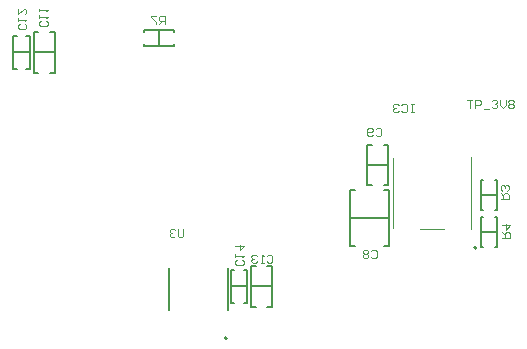
<source format=gbo>
G04*
G04 #@! TF.GenerationSoftware,Altium Limited,Altium Designer,21.3.2 (30)*
G04*
G04 Layer_Color=32896*
%FSLAX25Y25*%
%MOIN*%
G70*
G04*
G04 #@! TF.SameCoordinates,6E51047B-58C7-44D0-8EEE-2D495A345CE8*
G04*
G04*
G04 #@! TF.FilePolarity,Positive*
G04*
G01*
G75*
%ADD10C,0.00787*%
%ADD11C,0.00500*%
%ADD13C,0.00394*%
%ADD15C,0.00591*%
D10*
X265960Y324337D02*
G03*
X265172Y324337I-394J0D01*
G01*
D02*
G03*
X265960Y324337I394J0D01*
G01*
X182854Y294172D02*
G03*
X182854Y294172I-394J0D01*
G01*
D11*
X183346Y303719D02*
Y317617D01*
X163661Y303719D02*
Y317617D01*
D13*
X247243Y330609D02*
X255180D01*
X264196D02*
Y354624D01*
X238291Y330805D02*
Y354428D01*
X245137Y372239D02*
X244219D01*
X244678D01*
Y369484D01*
X245137D01*
X244219D01*
X241004Y371780D02*
X241464Y372239D01*
X242382D01*
X242841Y371780D01*
Y369943D01*
X242382Y369484D01*
X241464D01*
X241004Y369943D01*
X240086Y371780D02*
X239627Y372239D01*
X238709D01*
X238249Y371780D01*
Y371321D01*
X238709Y370862D01*
X239168D01*
X238709D01*
X238249Y370403D01*
Y369943D01*
X238709Y369484D01*
X239627D01*
X240086Y369943D01*
X262874Y373718D02*
X264711D01*
X263792D01*
Y370963D01*
X265629D02*
Y373718D01*
X267006D01*
X267466Y373259D01*
Y372340D01*
X267006Y371881D01*
X265629D01*
X268384Y370504D02*
X270221D01*
X271139Y373259D02*
X271598Y373718D01*
X272517D01*
X272976Y373259D01*
Y372800D01*
X272517Y372340D01*
X272057D01*
X272517D01*
X272976Y371881D01*
Y371422D01*
X272517Y370963D01*
X271598D01*
X271139Y371422D01*
X273894Y373718D02*
Y371881D01*
X274812Y370963D01*
X275731Y371881D01*
Y373718D01*
X276649Y373259D02*
X277108Y373718D01*
X278027D01*
X278486Y373259D01*
Y372800D01*
X278027Y372340D01*
X278486Y371881D01*
Y371422D01*
X278027Y370963D01*
X277108D01*
X276649Y371422D01*
Y371881D01*
X277108Y372340D01*
X276649Y372800D01*
Y373259D01*
X277108Y372340D02*
X278027D01*
X168358Y330630D02*
Y328334D01*
X167899Y327875D01*
X166981D01*
X166522Y328334D01*
Y330630D01*
X165603Y330171D02*
X165144Y330630D01*
X164226D01*
X163767Y330171D01*
Y329712D01*
X164226Y329252D01*
X164685D01*
X164226D01*
X163767Y328793D01*
Y328334D01*
X164226Y327875D01*
X165144D01*
X165603Y328334D01*
X162087Y399014D02*
Y401769D01*
X160709D01*
X160250Y401310D01*
Y400392D01*
X160709Y399933D01*
X162087D01*
X161168D02*
X160250Y399014D01*
X159332Y401769D02*
X157495D01*
Y401310D01*
X159332Y399473D01*
Y399014D01*
X274472Y327656D02*
X277227D01*
Y329033D01*
X276767Y329493D01*
X275849D01*
X275390Y329033D01*
Y327656D01*
Y328574D02*
X274472Y329493D01*
Y331788D02*
X277227D01*
X275849Y330411D01*
Y332248D01*
X274078Y340648D02*
X276833D01*
Y342025D01*
X276374Y342485D01*
X275455D01*
X274996Y342025D01*
Y340648D01*
Y341566D02*
X274078Y342485D01*
X276374Y343403D02*
X276833Y343862D01*
Y344780D01*
X276374Y345240D01*
X275915D01*
X275455Y344780D01*
Y344321D01*
Y344780D01*
X274996Y345240D01*
X274537D01*
X274078Y344780D01*
Y343862D01*
X274537Y343403D01*
X188004Y320378D02*
X188464Y319919D01*
Y319001D01*
X188004Y318542D01*
X186168D01*
X185709Y319001D01*
Y319919D01*
X186168Y320378D01*
X185709Y321297D02*
Y322215D01*
Y321756D01*
X188464D01*
X188004Y321297D01*
X185709Y324970D02*
X188464D01*
X187086Y323593D01*
Y325429D01*
X196077Y321625D02*
X196536Y322084D01*
X197454D01*
X197913Y321625D01*
Y319788D01*
X197454Y319329D01*
X196536D01*
X196077Y319788D01*
X195158Y319329D02*
X194240D01*
X194699D01*
Y322084D01*
X195158Y321625D01*
X192862D02*
X192403Y322084D01*
X191485D01*
X191026Y321625D01*
Y321166D01*
X191485Y320707D01*
X191944D01*
X191485D01*
X191026Y320247D01*
Y319788D01*
X191485Y319329D01*
X192403D01*
X192862Y319788D01*
X115564Y398981D02*
X116023Y398522D01*
Y397604D01*
X115564Y397144D01*
X113727D01*
X113268Y397604D01*
Y398522D01*
X113727Y398981D01*
X113268Y399899D02*
Y400818D01*
Y400359D01*
X116023D01*
X115564Y399899D01*
X113268Y404032D02*
Y402195D01*
X115105Y404032D01*
X115564D01*
X116023Y403573D01*
Y402654D01*
X115564Y402195D01*
X122650Y399965D02*
X123109Y399506D01*
Y398587D01*
X122650Y398128D01*
X120813D01*
X120354Y398587D01*
Y399506D01*
X120813Y399965D01*
X120354Y400883D02*
Y401801D01*
Y401342D01*
X123109D01*
X122650Y400883D01*
X120354Y403179D02*
Y404097D01*
Y403638D01*
X123109D01*
X122650Y403179D01*
X232400Y363780D02*
X232859Y364239D01*
X233778D01*
X234237Y363780D01*
Y361943D01*
X233778Y361484D01*
X232859D01*
X232400Y361943D01*
X231482D02*
X231023Y361484D01*
X230104D01*
X229645Y361943D01*
Y363780D01*
X230104Y364239D01*
X231023D01*
X231482Y363780D01*
Y363321D01*
X231023Y362862D01*
X229645D01*
X230903Y323259D02*
X231362Y323718D01*
X232280D01*
X232739Y323259D01*
Y321422D01*
X232280Y320963D01*
X231362D01*
X230903Y321422D01*
X229984Y323259D02*
X229525Y323718D01*
X228607D01*
X228148Y323259D01*
Y322800D01*
X228607Y322340D01*
X228148Y321881D01*
Y321422D01*
X228607Y320963D01*
X229525D01*
X229984Y321422D01*
Y321881D01*
X229525Y322340D01*
X229984Y322800D01*
Y323259D01*
X229525Y322340D02*
X228607D01*
D15*
X160118Y391534D02*
Y397046D01*
X165118Y396290D02*
Y397046D01*
X155118D02*
X165118D01*
X155118Y396290D02*
Y397046D01*
Y391534D02*
Y392290D01*
Y391534D02*
X165118D01*
Y392290D01*
X229590Y358758D02*
X231165D01*
X229590Y345372D02*
Y358758D01*
Y345372D02*
X231165D01*
X235102D02*
X236676D01*
Y358758D01*
X235102D02*
X236676D01*
X229590Y352065D02*
X236676D01*
X267385Y341829D02*
X272897D01*
X272141Y336829D02*
X272897D01*
Y346829D01*
X272141D02*
X272897D01*
X267385D02*
X268141D01*
X267385Y336829D02*
Y346829D01*
Y336829D02*
X268141D01*
X267385Y329624D02*
X272897D01*
X272141Y324624D02*
X272897D01*
Y334624D01*
X272141D02*
X272897D01*
X267385D02*
X268141D01*
X267385Y324624D02*
Y334624D01*
Y324624D02*
X268141D01*
X223979Y334349D02*
X236775D01*
X223979Y324998D02*
X225456D01*
X223979D02*
Y343699D01*
X225456D01*
X235298D02*
X236775D01*
Y324998D02*
Y343699D01*
X235298Y324998D02*
X236775D01*
X184134Y305943D02*
X185315D01*
X184134D02*
Y316967D01*
X185315D01*
X188464D02*
X189646D01*
Y305943D02*
Y316967D01*
X188464Y305943D02*
X189646D01*
X184134Y311455D02*
X189646D01*
X190827Y311455D02*
X197913D01*
X196338Y318148D02*
X197913D01*
Y304762D02*
Y318148D01*
X196338Y304762D02*
X197913D01*
X190827D02*
X192402D01*
X190827D02*
Y318148D01*
X192402D01*
X111693Y383955D02*
X112874D01*
X111693D02*
Y394979D01*
X112874D01*
X116024D02*
X117205D01*
Y383955D02*
Y394979D01*
X116024Y383955D02*
X117205D01*
X111693Y389467D02*
X117205D01*
X118386Y389467D02*
X125472D01*
X123897Y396160D02*
X125472D01*
Y382774D02*
Y396160D01*
X123897Y382774D02*
X125472D01*
X118386D02*
X119960D01*
X118386D02*
Y396160D01*
X119960D01*
M02*

</source>
